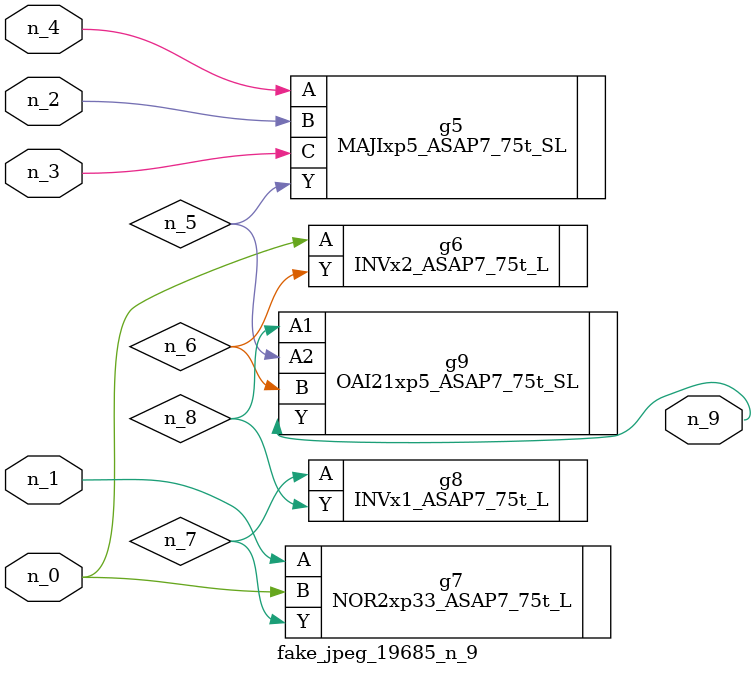
<source format=v>
module fake_jpeg_19685_n_9 (n_3, n_2, n_1, n_0, n_4, n_9);

input n_3;
input n_2;
input n_1;
input n_0;
input n_4;

output n_9;

wire n_8;
wire n_6;
wire n_5;
wire n_7;

MAJIxp5_ASAP7_75t_SL g5 ( 
.A(n_4),
.B(n_2),
.C(n_3),
.Y(n_5)
);

INVx2_ASAP7_75t_L g6 ( 
.A(n_0),
.Y(n_6)
);

NOR2xp33_ASAP7_75t_L g7 ( 
.A(n_1),
.B(n_0),
.Y(n_7)
);

INVx1_ASAP7_75t_L g8 ( 
.A(n_7),
.Y(n_8)
);

OAI21xp5_ASAP7_75t_SL g9 ( 
.A1(n_8),
.A2(n_5),
.B(n_6),
.Y(n_9)
);


endmodule
</source>
